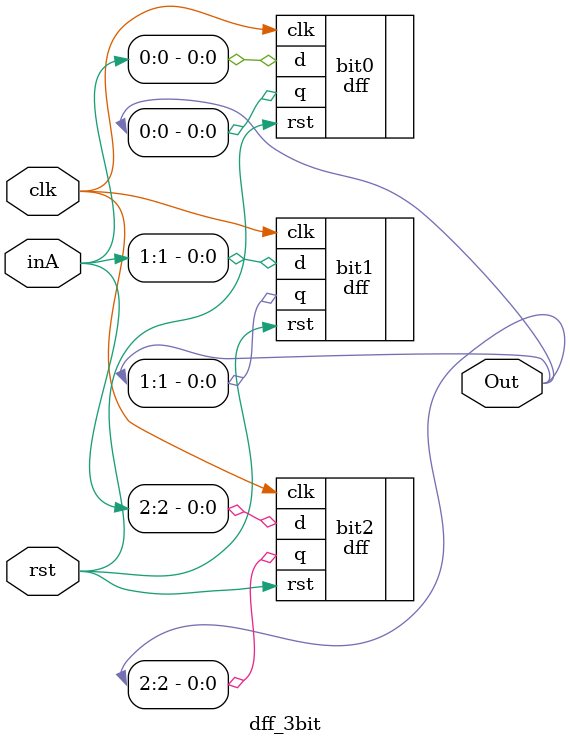
<source format=v>
module dff_3bit(inA, clk, rst, Out);
    input [2:0] inA;
    input clk, rst;
    output [2:0] Out;
    
    //output         q;
    //input          d;
    dff bit0(
        .q      (Out[0]), 
        .d      (inA[0]), 
        .clk    (clk), 
        .rst    (rst)
    );
    dff bit1(
        .q      (Out[1]), 
        .d      (inA[1]), 
        .clk    (clk), 
        .rst    (rst)
    );
    dff bit2(
        .q      (Out[2]), 
        .d      (inA[2]), 
        .clk    (clk), 
        .rst    (rst)
    );

endmodule

</source>
